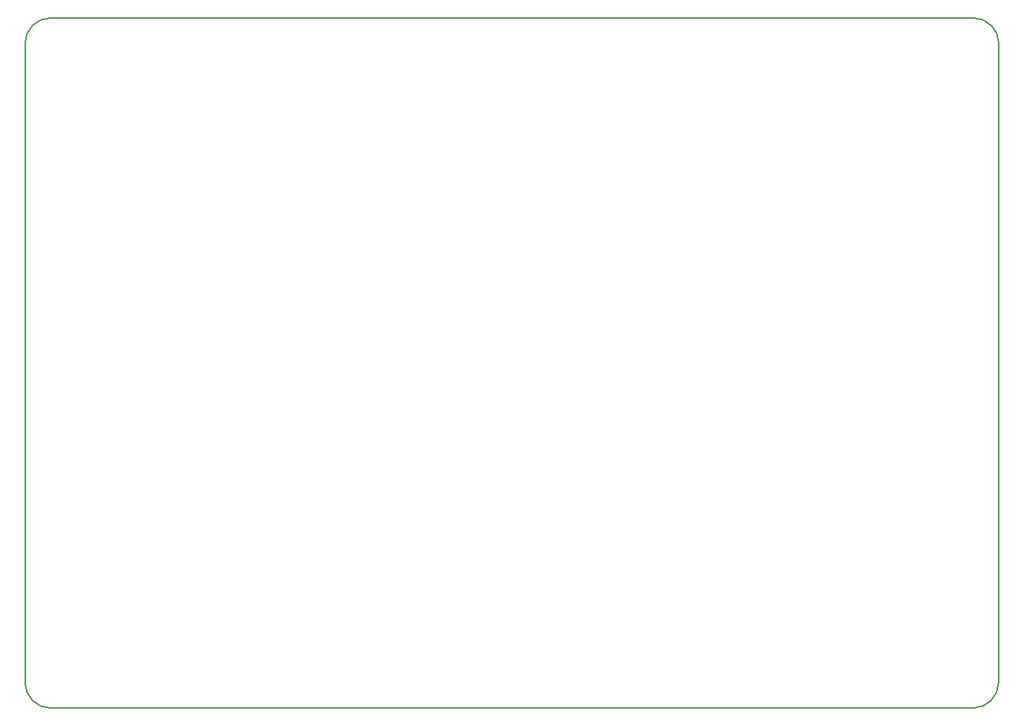
<source format=gm1>
%TF.GenerationSoftware,KiCad,Pcbnew,7.0.5*%
%TF.CreationDate,2023-06-09T13:05:56-04:00*%
%TF.ProjectId,atma,61746d61-2e6b-4696-9361-645f70636258,v1.0.0*%
%TF.SameCoordinates,Original*%
%TF.FileFunction,Profile,NP*%
%FSLAX46Y46*%
G04 Gerber Fmt 4.6, Leading zero omitted, Abs format (unit mm)*
G04 Created by KiCad (PCBNEW 7.0.5) date 2023-06-09 13:05:56*
%MOMM*%
%LPD*%
G01*
G04 APERTURE LIST*
%TA.AperFunction,Profile*%
%ADD10C,0.150000*%
%TD*%
G04 APERTURE END LIST*
D10*
X256973146Y-107776853D02*
X256926852Y-182739353D01*
X253926852Y-185737451D02*
G75*
G03*
X256926850Y-182739353I48J2999951D01*
G01*
X142875000Y-182737500D02*
G75*
G03*
X145875000Y-185737500I3000000J0D01*
G01*
X142875000Y-182737500D02*
X142875000Y-107775000D01*
X145875000Y-104775000D02*
X253973147Y-104775000D01*
X145875000Y-185737500D02*
X253926852Y-185737500D01*
X145875000Y-104775000D02*
G75*
G03*
X142875000Y-107775000I0J-3000000D01*
G01*
X256973099Y-107776853D02*
G75*
G03*
X253973147Y-104775000I-2999999J1853D01*
G01*
M02*

</source>
